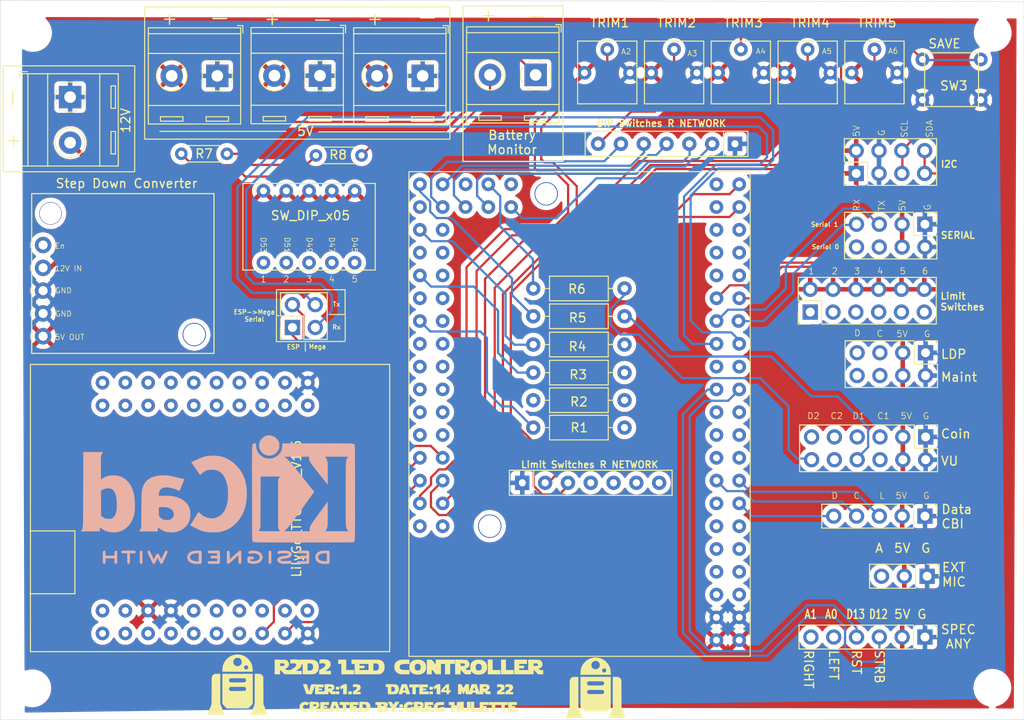
<source format=kicad_pcb>
(kicad_pcb (version 20211014) (generator pcbnew)
  (title_block (title "R2D2 LED Controller") (date "2022-01-26") (rev "1.0") (comment 1 "Created by Greg Hulette"))
  (layers (0 "F.Cu" signal) (1 "In1.Cu" signal) (2 "In2.Cu" signal) (31 "B.Cu" signal) (34 "B.Paste" user) (35 "F.Paste" user) (36 "B.SilkS" user "B.Silkscreen") (37 "F.SilkS" user "F.Silkscreen") (38 "B.Mask" user) (39 "F.Mask" user) (44 "Edge.Cuts" user))
  (net 0 "")
  (net 1 "+12V")
  (net 2 "GND")
  (net 3 "+5V")
  (net 4 "MAINT_CLOCK")
  (net 5 "LDP_CLOCK")
  (net 6 "VU1_CLOCK")
  (net 7 "VU2_CLOCK")
  (net 8 "CS2_CLOCK")
  (net 9 "CS1_CLOCK")
  (net 10 "DP_DATA_IN")
  (net 11 "DP_CLOCK")
  (net 12 "DP_LOAD")
  (net 13 "SPECTRUM_RIGHT")
  (net 14 "SPECTRUM_LEFT")
  (net 15 "VU_RESET")
  (net 16 "VU_STROBE")
  (net 17 "SCL")
  (net 18 "SDA")
  (net 19 "TX1")
  (net 20 "RX1")
  (net 21 "RX0")
  (net 22 "TX0")
  (net 23 "BATTERY_LEVEL")
  (net 24 "LDP_DATA")
  (net 25 "CS1_DATA")
  (net 26 "CS2_DATA")
  (net 27 "MAINT_DATA")
  (net 28 "VU1_DATA")
  (net 29 "VU2_DATA")
  (net 30 "JUMPER5")
  (net 31 "JUMPER4")
  (net 32 "JUMPER3")
  (net 33 "JUMPER2")
  (net 34 "JUMPER1")
  (net 69 "3.3V")
  (net 70 "ESP_LOGIC_RX")
  (net 71 "ESP_LOGIC_TX")
  (net 72 "LOGIC_2560_TX")
  (net 73 "LOGIC_2560_RX")
  (net 74 "SAVE")
  (net 75 "TRIM4")
  (net 76 "TRIM2")
  (net 77 "EXT_MIC")
  (net 78 "TRIM5")
  (net 79 "TRIM3")
  (net 80 "TRIM1")
  (net 81 "POS")
  (net 82 "NEG")
  (net 83 "Net-(J6-Pad11)")
  (net 84 "LIMIT1")
  (net 85 "LIMIT2")
  (net 86 "LIMIT3")
  (net 87 "LIMIT4")
  (net 88 "LIMIT5")
  (net 89 "LIMIT6")
  (net 90 "Net-(J5-Pad7)")
  (net 91 "OE")
  (net 120 "Net-(J6-Pad7)")
  (net 121 "Net-(J6-Pad12)")
  (net 122 "Net-(J6-Pad8)")
  (net 123 "Net-(J5-Pad8)")
  (footprint "TerminalBlock_RND:TerminalBlock_RND_205-00287_1x02_P5.08mm_Horizontal" (layer "F.Cu") (at 93.79 70.645 -90)
    (fp_text reference "J1" hide)
    (fp_text value "Screw_Terminal_01x02" hide)
  )
  (footprint "TerminalBlock_RND:TerminalBlock_RND_205-00287_1x02_P5.08mm_Horizontal" (layer "F.Cu") (at 110.18 68.28 180)
    (fp_text reference "J2" hide)
    (fp_text value "Screw_Terminal_01x02" hide)
  )
  (footprint "TerminalBlock_RND:TerminalBlock_RND_205-00287_1x02_P5.08mm_Horizontal" (layer "F.Cu") (at 133.045 68.28 180)
    (fp_text reference "J3" hide)
    (fp_text value "Screw_Terminal_01x02" hide)
  )
  (footprint "TerminalBlock_RND:TerminalBlock_RND_205-00287_1x02_P5.08mm_Horizontal" (layer "F.Cu") (at 121.615 68.254 180)
    (fp_text reference "J4" hide)
    (fp_text value "Screw_Terminal_01x02" hide)
  )
  (footprint "Connector_PinHeader_2.54mm:PinHeader_1x05_P2.54mm_Vertical" (layer "F.Cu") (at 188.976 117.334 -90)
    (fp_text reference "J7" hide)
    (fp_text value "Data Panel/ CBI" hide)
  )
  (footprint "Connector_PinHeader_2.54mm:PinHeader_1x06_P2.54mm_Vertical" (layer "F.Cu") (at 188.976 130.81 -90)
    (fp_text reference "J8" hide)
    (fp_text value "Spectrum Analyzer" hide)
  )
  (footprint "Resistor_THT:R_Axial_DIN0207_L6.3mm_D2.5mm_P10.16mm_Horizontal" (layer "F.Cu") (at 155.52 104.422 180)
    (fp_text reference "R2")
    (fp_text value "R_Small_US")
  )
  (footprint "Resistor_THT:R_Axial_DIN0207_L6.3mm_D2.5mm_P10.16mm_Horizontal" (layer "F.Cu") (at 155.52 101.344 180)
    (fp_text reference "R3")
    (fp_text value "R_Small_US")
  )
  (footprint "Resistor_THT:R_Axial_DIN0207_L6.3mm_D2.5mm_P10.16mm_Horizontal" (layer "F.Cu") (at 155.52 98.216 180)
    (fp_text reference "R4")
    (fp_text value "R_Small_US")
  )
  (footprint "Resistor_THT:R_Axial_DIN0207_L6.3mm_D2.5mm_P10.16mm_Horizontal" (layer "F.Cu") (at 155.52 95.068 180)
    (fp_text reference "R5")
    (fp_text value "R_Small_US")
  )
  (footprint "Resistor_THT:R_Axial_DIN0207_L6.3mm_D2.5mm_P10.16mm_Horizontal" (layer "F.Cu") (at 155.52 91.97 180)
    (fp_text reference "R6")
    (fp_text value "R_Small_US")
  )
  (footprint "Pololu:VoltageREG_2851" (layer "F.Cu") (at 99.66 90.3)
    (fp_text reference "U1" hide)
    (fp_text value "D24V550F5_Step_Down_Regulator" hide)
  )
  (footprint "ESP32:LILYGO_TTGO_T7_V1.5" (layer "F.Cu") (at 109.3724 116.4336 -90)
    (fp_text reference "U2" hide)
    (fp_text value "LilyGo_TTGO_T7_V1.5")
  )
  (footprint "Resistor_THT:R_Axial_DIN0207_L6.3mm_D2.5mm_P10.16mm_Horizontal" (layer "F.Cu") (at 155.52 107.47 180)
    (fp_text reference "R1")
    (fp_text value "R_Small_US")
  )
  (footprint "DIP_Switch_TE_5435640-3:DIP_Switch_TE_5435640-3" (layer "F.Cu") (at 120.396 85.09 180)
    (fp_text reference "SW1" hide)
    (fp_text value "SW_DIP_x05")
  )
  (footprint "Potentiometer_THT:Potentiometer_Bourns_3362P_Top" (layer "F.Cu") (at 153.6 67.9)
    (fp_text reference "RV1" hide)
    (fp_text value "TRIM1")
  )
  (footprint "Potentiometer_THT:Potentiometer_Bourns_3362P_Top" (layer "F.Cu") (at 168.475 67.9)
    (fp_text reference "RV2" hide)
    (fp_text value "TRIM3")
  )
  (footprint "Potentiometer_THT:Potentiometer_Bourns_3362P_Top" (layer "F.Cu") (at 183.35 67.9)
    (fp_text reference "RV3" hide)
    (fp_text value "TRIM5")
  )
  (footprint "Potentiometer_THT:Potentiometer_Bourns_3362P_Top" (layer "F.Cu") (at 161.0375 67.9)
    (fp_text reference "RV4" hide)
    (fp_text value "TRIM2")
  )
  (footprint "Potentiometer_THT:Potentiometer_Bourns_3362P_Top" (layer "F.Cu") (at 175.9125 67.9)
    (fp_text reference "RV5" hide)
    (fp_text value "TRIM4")
  )
  (footprint "Symbol:r2" (layer "F.Cu") (at 112.46 136.14)
    (fp_text reference "G***" hide)
    (fp_text value "LOGO" hide)
  )
  (footprint "Connector_PinHeader_2.54mm:PinHeader_2x02_P2.54mm_Vertical" (layer "F.Cu") (at 118.545 96.315 90)
    (fp_text reference "J13" hide)
    (fp_text value "Conn_02x02_Counter_Clockwise")
  )
  (footprint "Connector_PinHeader_2.54mm:PinHeader_1x03_P2.54mm_Vertical" (layer "F.Cu") (at 189.215 124.03 -90)
    (fp_text reference "J13" hide)
    (fp_text value "Conn_01x03")
  )
  (footprint "Logos:LEDControllerv12-smaller" (layer "F.Cu") (at 131.45 135.8)
    (fp_text reference "G***" hide)
    (fp_text value "LOGO" hide)
  )
  (footprint "MountingHole:MountingHole_3.2mm_M3" (layer "F.Cu") (at 196.48 136.46)
    (fp_text reference "REF**" hide)
    (fp_text value "MountingHole_3.2mm_M3" hide)
  )
  (footprint "Resistor_THT:R_Array_SIP7" (layer "F.Cu") (at 144.14 113.62)
    (fp_text reference "RN2" hide)
    (fp_text value "R_Network06" hide)
  )
  (footprint "MountingHole:MountingHole_3.2mm_M3" (layer "F.Cu") (at 89.662 63.5)
    (fp_text reference "REF**" hide)
    (fp_text value "MountingHole_3.2mm_M3" hide)
  )
  (footprint "Resistor_THT:R_Axial_DIN0204_L3.6mm_D1.6mm_P5.08mm_Horizontal" (layer "F.Cu") (at 106.172 76.962)
    (fp_text reference "R7")
    (fp_text value "R_Small_US")
  )
  (footprint "Button_Switch_THT:Schurter_486-3458-ND_Momentary_Switch" (layer "F.Cu") (at 191.94 68.7)
    (fp_text reference "SW3")
    (fp_text value "SW_DPST")
  )
  (footprint "Connector_PinHeader_2.54mm:PinHeader_2x06_P2.54mm_Vertical" (layer "F.Cu") (at 189.05 108.51 -90)
    (fp_text reference "J6" hide)
    (fp_text value "COIN/VU" hide)
  )
  (footprint "Connector_PinHeader_2.54mm:PinHeader_2x04_P2.54mm_Vertical" (layer "F.Cu") (at 188.97 84.81 -90)
    (fp_text reference "J11" hide)
    (fp_text value "SERIAL" hide)
  )
  (footprint "Connector_PinHeader_2.54mm:PinHeader_2x06_P2.54mm_Vertical" (layer "F.Cu") (at 176.2 94.6 90)
    (fp_text reference "J9" hide)
    (fp_text value "LIMIT" hide)
  )
  (footprint "MountingHole:MountingHole_3.2mm_M3" (layer "F.Cu") (at 89.58 136.52)
    (fp_text reference "REF**" hide)
    (fp_text value "MountingHole_3.2mm_M3" hide)
  )
  (footprint "Resistor_THT:R_Axial_DIN0204_L3.6mm_D1.6mm_P5.08mm_Horizontal" (layer "F.Cu") (at 126.238 77.14 180)
    (fp_text reference "R8")
    (fp_text value "R_Small_US")
  )
  (footprint "Resistor_THT:R_Array_SIP7" (layer "F.Cu") (at 167.82 75.85 180)
    (fp_text reference "RN1" hide)
    (fp_text value "R_Network06" hide)
  )
  (footprint "Symbol:r2" (layer "F.Cu") (at 152.33 136.48)
    (fp_text reference "G***" hide)
    (fp_text value "LOGO" hide)
  )
  (footprint "Connector_PinHeader_2.54mm:PinHeader_2x04_P2.54mm_Vertical" (layer "F.Cu") (at 181.32 79.15 90)
    (fp_text reference "J10" hide)
    (fp_text value "I2C" hide)
  )
  (footprint "Connector_PinHeader_2.54mm:PinHeader_2x04_P2.54mm_Vertical" (layer "F.Cu") (at 189.04 99.13 -90)
    (fp_text reference "J5" hide)
    (fp_text value "LDP/MAINT" hide)
  )
  (footprint "Arduino_Mega_2560_Pro_Mini:Arduino_Mega_2560_Pro_MINI-Updated-Corrrect" (layer "F.Cu") (at 150.515 105.955 180)
    (fp_text reference "U3" hide)
    (fp_text value "Arduino_Mega2560_Mini_Arduino_Mega2560_Mini" hide)
  )
  (footprint "MountingHole:MountingHole_3.2mm_M3" (layer "F.Cu") (at 196.51 63.49)
    (fp_text reference "REF**" hide)
    (fp_text value "MountingHole_3.2mm_M3" hide)
  )
  (footprint "TerminalBlock_RND:TerminalBlock_RND_205-00287_1x02_P5.08mm_Horizontal" (layer "F.Cu") (at 145.625 68.17 180)
    (fp_text reference "J12" hide)
    (fp_text value "Screw_Terminal_01x02" hide)
  )
  (footprint "Symbol:KiCad-Logo2_12mm_SilkScreen" (layer "B.Cu") (at 110.27 114.26 180)
    (fp_text reference "REF**" hide)
    (fp_text value "KiCad-Logo2_12mm_SilkScreen" hide)
  )
  (gr_line (start 117.06 95) (end 116.77 95) (layer "F.SilkS") (width 0.12))
  (gr_line (start 124.41 92.11) (end 124.41 94.87) (layer "F.SilkS") (width 0.12))
  (gr_rect (start 137.53 60.48) (end 148.68 77.81) (layer "F.SilkS") (width 0.12) (fill none))
  (gr_line (start 124.41 97.87) (end 116.76 97.89) (layer "F.SilkS") (width 0.12))
  (gr_line (start 116.76 97.835) (end 116.76 95.125) (layer "F.SilkS") (width 0.12))
  (gr_line (start 135.53 74.52) (end 121.47 74.52) (layer "F.SilkS") (width 0.12))
  (gr_line (start 116.77 92.11) (end 124.41 92.11) (layer "F.SilkS") (width 0.12))
  (gr_line (start 117.83 74.46) (end 103.77 74.46) (layer "F.SilkS") (width 0.12))
  (gr_line (start 116.77 95) (end 116.77 92.11) (layer "F.SilkS") (width 0.12))
  (gr_rect (start 102.09 60.59) (end 136.08 75.326) (layer "F.SilkS") (width 0.12) (fill none))
  (gr_line (start 119.98 98.09) (end 119.98 98.94) (layer "F.SilkS") (width 0.12))
  (gr_line (start 124.41 94.87) (end 122.68 94.87) (layer "F.SilkS") (width 0.12))
  (gr_rect (start 86.33 67.162) (end 100.98 78.964) (layer "F.SilkS") (width 0.12) (fill none))
  (gr_line (start 124.42 95.01) (end 124.42 97.74) (layer "F.SilkS") (width 0.12))
  (gr_line (start 86.01 59.85) (end 200 60) (layer "Edge.Cuts") (width 0.05))
  (gr_line (start 200 60) (end 200 140) (layer "Edge.Cuts") (width 0.05))
  (gr_line (start 200 140) (end 86.06 140.02) (layer "Edge.Cuts") (width 0.05))
  (gr_line (start 86.06 140.02) (end 86.01 59.85) (layer "Edge.Cuts") (width 0.05))
  (gr_text "Mega" (at 121.32 98.44) (layer "F.SilkS") (effects (font (size 0.5 0.5) (thickness 0.1))))
  (gr_text "STRB" (at 183.896 136.080572 270) (layer "F.SilkS") (effects (font (size 1 1)) (justify right)))
  (gr_text "D47" (at 122.916 87.122 270) (layer "F.SilkS") (effects (font (size 0.6 0.6) (thickness 0.075))))
  (gr_text "Battery\nMonitor" (at 143.002 75.692) (layer "F.SilkS") (effects (font (size 1 1))))
  (gr_text "2\n" (at 117.856 90.932) (layer "F.SilkS") (effects (font (size 0.7 0.7) (thickness 0.075))))
  (gr_text "A3" (at 163.068 65.786) (layer "F.SilkS") (effects (font (size 0.6 0.6) (thickness 0.075))))
  (gr_text "C" (at 181.774 115.062) (layer "F.SilkS") (effects (font (size 0.7 0.7) (thickness 0.075)) (justify right)))
  (gr_text "Tx" (at 123.444 93.726) (layer "F.SilkS") (effects (font (size 0.5 0.5) (thickness 0.1))))
  (gr_text "1" (at 115.316 90.932) (layer "F.SilkS") (effects (font (size 0.7 0.7) (thickness 0.075))))
  (gr_text "G" (at 189.614 97.028) (layer "F.SilkS") (effects (font (size 0.7 0.7) (thickness 0.075)) (justify right)))
  (gr_text "A1" (at 177.038 128.27) (layer "F.SilkS") (effects (font (size 1 0.75)) (justify right)))
  (gr_text "__" (at 145.73 62.25 180) (layer "F.SilkS") (effects (font (size 1 1))))
  (gr_text "Coin" (at 192.407857 108.164) (layer "F.SilkS") (effects (font (size 1 1))))
  (gr_text "D45" (at 125.466 87.122 270) (layer "F.SilkS") (effects (font (size 0.6 0.6) (thickness 0.075))))
  (gr_text "Maint" (at 192.765 101.8418) (layer "F.SilkS") (effects (font (size 1 1))))
  (gr_text "G" (at 189.658 120.904) (layer "F.SilkS") (effects (font (size 1 1)) (justify right)))
  (gr_text "En" (at 92.658572 87.23) (layer "F.SilkS") (effects (font (size 0.6 0.6) (thickness 0.075))))
  (gr_text "+" (at 127.726 62.106 180) (layer "F.SilkS") (effects (font (size 1.5 1.5))))
  (gr_text "GND" (at 93.05 94.79) (layer "F.SilkS") (effects (font (size 0.6 0.6) (thickness 0.075))))
  (gr_text "+" (at 140.37 61.7 180) (layer "F.SilkS") (effects (font (size 1.5 1.5))))
  (gr_text "1" (at 176.7 90.04) (layer "F.SilkS") (effects (font (size 0.7 0.7) (thickness 0.075)) (justify right)))
  (gr_text "D49" (at 120.431 87.122 270) (layer "F.SilkS") (effects (font (size 0.6 0.6) (thickness 0.075))))
  (gr_text "D" (at 181.85 96.94) (layer "F.SilkS") (effects (font (size 0.7 0.7) (thickness 0.075)) (justify right)))
  (gr_text "ESP->Mega\nSerial" (at 114.3 94.996) (layer "F.SilkS") (effects (font (size 0.5 0.5) (thickness 0.1))))
  (gr_text "5V" (at 187.578 106.172) (layer "F.SilkS") (effects (font (size 0.7 0.7) (thickness 0.075)) (justify right)))
  (gr_text "__" (at 133.568 62.36 180) (layer "F.SilkS") (effects (font (size 1 1))))
  (gr_text "3" (at 120.396 90.932) (layer "F.SilkS") (effects (font (size 0.7 0.7) (thickness 0.075))))
  (gr_text "I2C" (at 191.675714 78.11) (layer "F.SilkS") (effects (font (size 0.75 0.75))))
  (gr_text "5V" (at 119.98 74.46) (layer "F.SilkS") (effects (font (size 1 1))))
  (gr_text "TX" (at 184.17 82.743524 90) (layer "F.SilkS") (effects (font (size 0.7 0.7) (thickness 0.075))))
  (gr_text "5V" (at 187.024 115.062) (layer "F.SilkS") (effects (font (size 0.7 0.7) (thickness 0.075)) (justify right)))
  (gr_text "4" (at 122.936 90.932) (layer "F.SilkS") (effects (font (size 0.7 0.7) (thickness 0.075))))
  (gr_text "Serial 1" (at 177.8 84.836) (layer "F.SilkS") (effects (font (size 0.5 0.5) (thickness 0.1))))
  (gr_text "LEFT" (at 178.816 135.699619 270) (layer "F.SilkS") (effects (font (size 1 1)) (justify right)))
  (gr_text "VU" (at 191.717381 111.194) (layer "F.SilkS") (effects (font (size 1 1))))
  (gr_text "5" (at 186.88 90.04) (layer "F.SilkS") (effects (font (size 0.7 0.7) (thickness 0.075)) (justify right)))
  (gr_text "D12" (at 184.912 128.27) (layer "F.SilkS") (effects (font (size 1 0.7)) (justify right)))
  (gr_text "5V" (at 186.456 82.719714 90) (layer "F.SilkS") (effects (font (size 0.7 0.7) (thickness 0.075))))
  (gr_text "L" (at 184.524 115.062) (layer "F.SilkS") (effects (font (size 0.7 0.7) (thickness 0.075)) (justify right)))
  (gr_text "A6" (at 185.42 65.5) (layer "F.SilkS") (effects (font (size 0.6 0.6) (thickness 0.075))))
  (gr_text "2" (at 179.31 90.04) (layer "F.SilkS") (effects (font (size 0.7 0.7) (thickness 0.075)) (justify right)))
  (gr_text "5" (at 125.476 90.932) (layer "F.SilkS") (effects (font (size 0.7 0.7) (thickness 0.075))))
  (gr_text "C2" (at 179.878 106.168) (layer "F.SilkS") (effects (font (size 0.7 0.7) (thickness 0.075)) (justify right)))
  (gr_text "5V" (at 181.356 74.422 90) (layer "F.SilkS") (effects (font (size 0.7 0.7) (thickness 0.075))))
  (gr_text "D53" (at 115.316 87.122 270) (layer "F.SilkS") (effects (font (size 0.6 0.6) (thickness 0.075))))
  (gr_text "GND" (at 93.05 92.2) (layer "F.SilkS") (effects (font (size 0.6 0.6) (thickness 0.075))))
  (gr_text "D1" (at 182.328 106.172) (layer "F.SilkS") (effects (font (size 0.7 0.7) (thickness 0.075)) (justify right)))
  (gr_text "+" (at 116.296 62.106 180) (layer "F.SilkS") (effects (font (size 1.5 1.5))))
  (gr_text "Step Down Converter" (at 100.076 80.264) (layer "F.SilkS") (effects (font (size 1 1))))
  (gr_text "__" (at 110.454 61.344) (layer "F.SilkS") (effects (font (size 1 1))))
  (gr_text "DIP Switches R NETWORK" (at 159.63 73.57) (layer "F.SilkS") (effects (font (size 0.75 0.75))))
  (gr_text "+" (at 87.49 75.4) (layer "F.SilkS") (effects (font (size 1.5 1.5))))
  (gr_text "Limit Switches R NETWORK" (at 151.64 111.6) (layer "F.SilkS") (effects (font (size 0.75 0.75))))
  (gr_text "12V IN" (at 93.6 89.74) (layer "F.SilkS") (effects (font (size 0.6 0.6) (thickness 0.075))))
  (gr_text "G" (at 189.23 128.27) (layer "F.SilkS") (effects (font (size 1 1)) (justify right)))
  (gr_text "5V" (at 187.452 128.27) (layer "F.SilkS") (effects (font (size 1 1)) (justify right)))
  (gr_text "ESP" (at 118.65 98.49) (layer "F.SilkS") (effects (font (size 0.5 0.5) (thickness 0.1))))
  (gr_text "G" (at 189.524 115.062) (layer "F.SilkS") (effects (font (size 0.7 0.7) (thickness 0.075)) (justify right)))
  (gr_text "6" (at 189.36 90.04) (layer "F.SilkS") (effects (font (size 0.7 0.7) (thickness 0.075)) (justify right)))
  (gr_text "5V" (at 187.452 120.904) (layer "F.SilkS") (effects (font (size 1 1)) (justify right)))
  (gr_text "A" (at 184.404 120.904) (layer "F.SilkS") (effects (font (size 1 1)) (justify right)))
  (gr_text "+" (at 104.866 61.852) (layer "F.SilkS") (effects (font (size 1.5 1.5))))
  (gr_text "3" (at 181.79 90.04) (layer "F.SilkS") (effects (font (size 0.7 0.7) (thickness 0.075)) (justify right)))
  (gr_text "5V OUT" (at 93.744286 97.39) (layer "F.SilkS") (effects (font (size 0.6 0.6) (thickness 0.075))))
  (gr_text "Serial 0" (at 177.89 87.336) (layer "F.SilkS") (effects (font (size 0.5 0.5) (thickness 0.1))))
  (gr_text "LDP" (at 192.169762 99.2918) (layer "F.SilkS") (effects (font (size 1 1))))
  (gr_text "Data\nCBI" (at 190.725476 117.384) (layer "F.SilkS") (effects (font (size 1 1)) (justify left)))
  (gr_text "SCL" (at 186.69 74.183905 90) (layer "F.SilkS") (effects (font (size 0.7 0.7) (thickness 0.075))))
  (gr_text "A4" (at 170.688 65.532) (layer "F.SilkS") (effects (font (size 0.6 0.6) (thickness 0.075))))
  (gr_text "4" (at 184.37 90.04) (layer "F.SilkS") (effects (font (size 0.7 0.7) (thickness 0.075)) (justify right)))
  (gr_text "A2" (at 155.702 65.57) (layer "F.SilkS") (effects (font (size 0.6 0.6) (thickness 0.075))))
  (gr_text "Limit\nSwitches" (at 190.623571 93.42) (layer "F.SilkS") (effects (font (size 0.75 0.75)) (justify left)))
  (gr_text "RIGHT" (at 176.022 136.652 270) (layer "F.SilkS") (effects (font (size 1 1)) (justify right)))
  (gr_text "A5" (at 178.054 65.532) (layer "F.SilkS") (effects (font (size 0.6 0.6) (thickness 0.075))))
  (gr_text "RX" (at 181.376 82.684 90) (layer "F.SilkS") (effects (font (size 0.7 0.7) (thickness 0.075))))
  (gr_text "SPEC\nANY" (at 192.693571 130.77) (layer "F.SilkS") (effects (font (size 1 1))))
  (gr_text "G" (at 189.25 82.922095 90) (layer "F.SilkS") (effects (font (size 0.7 0.7) (thickness 0.075))))
  (gr_text "__" (at 86.83 70.71 90) (layer "F.SilkS") (effects (font (size 1 1))))
  (gr_text "__" (at 121.884 62.614 180) (layer "F.SilkS") (effects (font (size 1 1))))
  (gr_text "12V" (at 99.98 73.25 90) (layer "F.SilkS") (effects (font (size 1 1))))
  (gr_text "C1" (at 185.078 106.172) (layer "F.SilkS") (effects (font (size 0.7 0.7) (thickness 0.075)) (justify right)))
  (gr_text "\nSAVE" (at 191.15 63.89) (layer "F.SilkS") (effects (font (size 1 1))))
  (gr_text "EXT\nMIC" (at 192.194524 123.86) (layer "F.SilkS") (effects (font (size 1 1))))
  (gr_text "D51" (at 117.956 87.122 270) (layer "F.SilkS") (effects (font (size 0.6 0.6) (thickness 0.075))))
  (gr_text "RST" (at 181.356 135.080572 270) (layer "F.SilkS") (effects (font (size 1 1)) (justify right)))
  (gr_text "D2" (at 177.292 106.172) (layer "F.SilkS") (effects (font (size 0.7 0.7) (thickness 0.075)) (justify right)))
  (gr_text "C" (at 184.35 97) (layer "F.SilkS") (effects (font (size 0.7 0.7) (thickness 0.075)) (justify right)))
  (gr_text "D" (at 179.324 115.062) (layer "F.SilkS") (effects (font (size 0.7 0.7) (thickness 0.075)) (justify right)))
  (gr_text "D13" (at 182.372 128.27) (layer "F.SilkS") (effects (font (size 1 0.7)) (justify right)))
  (gr_text "G" (at 184.15 74.624381 90) (layer "F.SilkS") (effects (font (size 0.7 0.7) (thickness 0.075))))
  (gr_text "A0" (at 179.324 128.27) (layer "F.SilkS") (effects (font (size 1 0.75)) (justify right)))
  (gr_text "5V" (at 187.114 97.028) (layer "F.SilkS") (effects (font (size 0.7 0.7) (thickness 0.075)) (justify right)))
  (gr_text "SDA" (at 189.484 74.172 90) (layer "F.SilkS") (effects (font (size 0.7 0.7) (thickness 0.075))))
  (gr_text "SERIAL" (at 192.64 86.04) (layer "F.SilkS") (effects (font (size 0.75 0.75))))
  (gr_text "G" (at 189.484 106.172) (layer "F.SilkS") (effects (font (size 0.7 0.7) (thickness 0.075)) (justify right)))
  (gr_text "Rx" (at 123.444 96.286) (layer "F.SilkS") (effects (font (size 0.5 0.5) (thickness 0.1))))
  (segment (start 93.79 75.725) (end 95.31 77.245) (width 0.5) (layer "F.Cu") (net 1))
  (segment (start 91.59 89.67) (end 90.78 89.67) (width 0.5) (layer "F.Cu") (net 1))
  (segment (start 95.31 77.245) (end 95.31 85.95) (width 0.5) (layer "F.Cu") (net 1))
  (segment (start 95.31 85.95) (end 91.59 89.67) (width 0.5) (layer "F.Cu") (net 1))
  (segment (start 169.714 117.334) (end 178.816 117.334) (width 0.25) (layer "B.Cu") (net 10))
  (segment (start 168.31 115.93) (end 169.714 117.334) (width 0.25) (layer "B.Cu") (net 10))
  (segment (start 166.94 114.55) (end 165.78 113.39) (width 0.25) (layer "B.Cu") (net 11))
  (segment (start 181.356 117.334) (end 179.725911 115.703911) (width 0.25) (layer "B.Cu") (net 11))
  (segment (start 168.76 114.55) (end 166.94 114.55) (width 0.25) (layer "B.Cu") (net 11))
  (segment (start 179.725911 115.703911) (end 169.913911 115.703911) (width 0.25) (layer "B.Cu") (net 11))
  (segment (start 169.913911 115.703911) (end 168.76 114.55) (width 0.25) (layer "B.Cu") (net 11))
  (segment (start 181.1794 114.6174) (end 169.5374 114.6174) (width 0.25) (layer "B.Cu") (net 12))
  (segment (start 169.5374 114.6174) (end 168.31 113.39) (width 0.25) (layer "B.Cu") (net 12))
  (segment (start 183.896 117.334) (end 181.1794 114.6174) (width 0.25) (layer "B.Cu") (net 12))
  (segment (start 170.75 132.38) (end 175.876 127.254) (width 0.25) (layer "B.Cu") (net 15))
  (segment (start 181.356 129.794) (end 181.356 130.81) (width 0.25) (layer "B.Cu") (net 15))
  (segment (start 168.31 103.23) (end 167.06 104.48) (width 0.25) (layer "B.Cu") (net 15))
  (segment (start 178.816 127.254) (end 181.356 129.794) (width 0.25) (layer "B.Cu") (net 15))
  (segment (start 162.78 106.19) (end 162.78 130.184282) (width 0.25) (layer "B.Cu") (net 15))
  (segment (start 167.06 104.48) (end 164.49 104.48) (width 0.25) (layer "B.Cu") (net 15))
  (segment (start 164.975718 132.38) (end 170.75 132.38) (width 0.25) (layer "B.Cu") (net 15))
  (segment (start 162.78 130.184282) (end 164.975718 132.38) (width 0.25) (layer "B.Cu") (net 15))
  (segment (start 164.49 104.48) (end 162.78 106.19) (width 0.25) (layer "B.Cu") (net 15))
  (segment (start 175.876 127.254) (end 178.816 127.254) (width 0.25) (layer "B.Cu") (net 15))
  (segment (start 180.08 129.7) (end 180.08 132.14) (width 0.25) (layer "B.Cu") (net 16))
  (segment (start 162.03 130.35) (end 164.58 132.9) (width 0.25) (layer "B.Cu") (net 16))
  (segment (start 175.7 128.62) (end 179 128.62) (width 0.25) (layer "B.Cu") (net 16))
  (segment (start 183.25 133.56) (end 183.896 132.914) (width 0.25) (layer "B.Cu") (net 16))
  (segment (start 181.5 133.56) (end 183.25 133.56) (width 0.25) (layer "B.Cu") (net 16))
  (segment (start 162.03 105.98) (end 162.03 130.35) (width 0.25) (layer "B.Cu") (net 16))
  (segment (start 171.42 132.9) (end 175.7 128.62) (width 0.25) (layer "B.Cu") (net 16))
  (segment (start 180.08 132.14) (end 181.5 133.56) (width 0.25) (layer "B.Cu") (net 16))
  (segment (start 183.896 132.914) (end 183.896 130.81) (width 0.25) (layer "B.Cu") (net 16))
  (segment (start 165.77 103.23) (end 164.78 103.23) (width 0.25) (layer "B.Cu") (net 16))
  (segment (start 164.78 103.23) (end 162.03 105.98) (width 0.25) (layer "B.Cu") (net 16))
  (segment (start 179 128.62) (end 180.08 129.7) (width 0.25) (layer "B.Cu") (net 16))
  (segment (start 164.58 132.9) (end 171.42 132.9) (width 0.25) (layer "B.Cu") (net 16))
  (segment (start 168.31 93.07) (end 169.52 93.07) (width 0.25) (layer "F.Cu") (net 17))
  (segment (start 190.152 75.09) (end 187.915 75.09) (width 0.25) (layer "F.Cu") (net 17))
  (segment (start 173.04 89.55) (end 191.12 89.55) (width 0.25) (layer "F.Cu") (net 17))
  (segment (start 187.915 75.09) (end 186.4 76.605) (width 0.25) (layer "F.Cu") (net 17))
  (segment (start 191.12 89.55) (end 191.516 89.154) (width 0.25) (layer "F.Cu") (net 17))
  (segment (start 191.516 89.154) (end 191.516 76.454) (width 0.25) (layer "F.Cu") (net 17))
  (segment (start 186.46 76.72) (end 186.46 79.26) (width 0.25) (layer "F.Cu") (net 17))
  (segment (start 169.52 93.07) (end 173.04 89.55) (width 0.25) (layer "F.Cu") (net 17))
  (segment (start 191.516 76.454) (end 190.152 75.09) (width 0.25) (layer "F.Cu") (net 17))
  (segment (start 190.397 79.145) (end 190.754 79.502) (width 0.25) (layer "F.Cu") (net 18))
  (segment (start 190.754 88.9) (end 190.564 89.09) (width 0.25) (layer "F.Cu") (net 18))
  (segment (start 190.564 89.09) (end 172.35 89.09) (width 0.25) (layer "F.Cu") (net 18))
  (segment (start 167.233489 91.616511) (end 165.71 93.14) (width 0.25) (layer "F.Cu") (net 18))
  (segment (start 188.94 79.145) (end 190.397 79.145) (width 0.25) (layer "F.Cu") (net 18))
  (segment (start 169.823489 91.616511) (end 167.233489 91.616511) (width 0.25) (layer "F.Cu") (net 18))
  (segment (start 188.94 76.605) (end 188.94 79.145) (width 0.25) (layer "F.Cu") (net 18))
  (segment (start 172.35 89.09) (end 169.823489 91.616511) (width 0.25) (layer "F.Cu") (net 18))
  (segment (start 190.754 79.502) (end 190.754 88.9) (width 0.25) (layer "F.Cu") (net 18))
  (segment (start 173.482 89.498) (end 173.482 91.988) (width 0.25) (layer "B.Cu") (net 19))
  (segment (start 182.013 83.058) (end 179.922 83.058) (width 0.25) (layer "B.Cu") (net 19))
  (segment (start 183.84 84.885) (end 182.013 83.058) (width 0.25) (layer "B.Cu") (net 19))
  (segment (start 173.482 91.988) (end 171.14 94.33) (width 0.25) (layer "B.Cu") (net 19))
  (segment (start 171.14 94.33) (end 167.06 94.33) (width 0.25) (layer "B.Cu") (net 19))
  (segment (start 179.922 83.058) (end 173.482 89.498) (width 0.25) (layer "B.Cu") (net 19))
  (segment (start 167.06 94.33) (end 165.5226 95.8674) (width 0.25) (layer "B.Cu") (net 19))
  (segment (start 174.298 90.37) (end 179.783 84.885) (width 0.25) (layer "B.Cu") (net 20))
  (segment (start 168.23 95.61) (end 171.04 95.61) (width 0.25) (layer "B.Cu") (net 20))
  (segment (start 171.04 95.61) (end 174.298 92.352) (width 0.25) (layer "B.Cu") (net 20))
  (segment (start 179.783 84.885) (end 181.3 84.885) (width 0.25) (layer "B.Cu") (net 20))
  (segment (start 174.298 92.352) (end 174.298 90.37) (width 0.25) (layer "B.Cu") (net 20))
  (segment (start 128.778 108.204) (end 128.778 81.026) (width 0.25) (layer "F.Cu") (net 23))
  (segment (start 127.254 79.502) (end 113.284 79.502) (width 0.25) (layer "F.Cu") (net 23))
  (segment (start 112.776 78.486) (end 112.522 78.232) (width 0.25) (layer "F.Cu") (net 23))
  (segment (start 133.95 109.51) (end 130.084 109.51) (width 0.25) (layer "F.Cu") (net 23))
  (segment (start 112.522 78.232) (end 107.442 78.232) (width 0.25) (layer "F.Cu") (net 23))
  (segment (start 135.29 110.85) (end 133.95 109.51) (width 0.25) (layer "F.Cu") (net 23))
  (segment (start 112.776 78.994) (end 112.776 78.486) (width 0.25) (layer "F.Cu") (net 23))
  (segment (start 120.104 78.194) (end 121.158 77.14) (width 0.25) (layer "F.Cu") (net 23))
  (segment (start 113.284 79.502) (end 112.776 78.994) (width 0.25) (layer "F.Cu") (net 23))
  (segment (start 113.068 78.194) (end 120.104 78.194) (width 0.25) (layer "F.Cu") (net 23))
  (segment (start 128.778 81.026) (end 127.254 79.502) (width 0.25) (layer "F.Cu") (net 23))
  (segment (start 130.084 109.51) (end 128.778 108.204) (width 0.25) (layer "F.Cu") (net 23))
  (segment (start 112.776 78.486) (end 113.068 78.194) (width 0.25) (layer "F.Cu") (net 23))
  (segment (start 106.172 76.962) (end 107.442 78.232) (width 0.25) (layer "F.Cu") (net 23))
  (segment (start 141.83 105.11) (end 143 105.11) (width 0.25) (layer "B.Cu") (net 24))
  (segment (start 139.48 96.76) (end 140.2 97.48) (width 0.25) (layer "B.Cu") (net 24))
  (segment (start 143 105.11) (end 145.36 107.47) (width 0.25) (layer "B.Cu") (net 24))
  (segment (start 133.9 96.76) (end 139.48 96.76) (width 0.25) (layer "B.Cu") (net 24))
  (segment (start 132.75 95.61) (end 133.9 96.76) (width 0.25) (layer "B.Cu") (net 24))
  (segment (start 140.2 103.48) (end 141.83 105.11) (width 0.25) (layer "B.Cu") (net 24))
  (segment (start 140.2 97.48) (end 140.2 103.48) (width 0.25) (layer "B.Cu") (net 24))
  (segment (start 132.75 90.53) (end 133.98 91.76) (width 0.25) (layer "B.Cu") (net 25))
  (segment (start 143.634 101.344) (end 145.36 101.344) (width 0.25) (layer "B.Cu") (net 25))
  (segment (start 141.44 94.45) (end 141.44 99.15) (width 0.25) (layer "B.Cu") (net 25))
  (segment (start 133.98 91.76) (end 138.75 91.76) (width 0.25) (layer "B.Cu") (net 25))
  (segment (start 141.44 99.15) (end 143.634 101.344) (width 0.25) (layer "B.Cu") (net 25))
  (segment (start 138.75 91.76) (end 141.44 94.45) (width 0.25) (layer "B.Cu") (net 25))
  (segment (start 142.28 97.25) (end 142.28 92.59) (width 0.25) (layer "B.Cu") (net 26))
  (segment (start 142.28 92.59) (end 136.39 86.7) (width 0.25) (layer "B.Cu") (net 26))
  (segment (start 143.266 98.236) (end 142.28 97.25) (width 0.25) (layer "B.Cu") (net 26))
  (segment (start 134 86.7) (end 132.75 85.45) (width 0.25) (layer "B.Cu") (net 26))
  (segment (start 145.12 98.236) (end 143.266 98.236) (width 0.25) (layer "B.Cu") (net 26))
  (segment (start 136.39 86.7) (end 134 86.7) (width 0.25) (layer "B.Cu") (net 26))
  (segment (start 136.26 84.12) (end 143 90.86) (width 0.25) (layer "B.Cu") (net 28))
  (segment (start 133.88 83.4) (end 134.6 84.12) (width 0.25) (layer "B.Cu") (net 28))
  (segment (start 132.75 81.155718) (end 133.88 82.285718) (width 0.25) (layer "B.Cu") (net 28))
  (segment (start 133.88 82.285718) (end 133.88 83.4) (width 0.25) (layer "B.Cu") (net 28))
  (segment (start 143 92.708) (end 145.36 95.068) (width 0.25) (layer "B.Cu") (net 28))
  (segment (start 132.75 80.37) (end 132.75 81.155718) (width 0.25) (layer "B.Cu") (net 28))
  (segment (start 134.6 84.12) (end 136.26 84.12) (width 0.25) (layer "B.Cu") (net 28))
  (segment (start 143 90.86) (end 143 92.708) (width 0.25) (layer "B.Cu") (net 28))
  (segment (start 145.36 91.97) (end 145.33 91.94) (width 0.25) (layer "B.Cu") (net 29))
  (segment (start 145.33 88.71) (end 141.68 85.06) (width 0.25) (layer "B.Cu") (net 29))
  (segment (start 145.33 91.94) (end 145.33 88.71) (width 0.25) (layer "B.Cu") (net 29))
  (segment (start 141.68 85.06) (end 141.68 81.68) (width 0.25) (layer "B.Cu") (net 29))
  (segment (start 141.68 81.68) (end 140.37 80.37) (width 0.25) (layer "B.Cu") (net 29))
  (segment (start 135.775 77.85) (end 133.99 79.635) (width 0.25) (layer "B.Cu") (net 30))
  (segment (start 133.99 79.635) (end 133.99 81.76) (width 0.25) (layer "B.Cu") (net 30))
  (segment (start 153.27 77.79) (end 148.91 77.79) (width 0.25) (layer "B.Cu") (net 30))
  (segment (start 155.15 75.91) (end 153.27 77.79) (width 0.25) (layer "B.Cu") (net 30))
  (segment (start 148.91 77.79) (end 148.85856 77.84144) (width 0.25) (layer "B.Cu") (net 30))
  (segment (start 148.85856 77.84144) (end 135.79144 77.84144) (width 0.25) (layer "B.Cu") (net 30))
  (segment (start 133.99 81.76) (end 135.3 83.07) (width 0.25) (layer "B.Cu") (net 30))
  (segment (start 135.37 80.36) (end 137.43904 78.29096) (width 0.25) (layer "B.Cu") (net 31))
  (segment (start 157.69 76.82) (end 157.69 75.91) (width 0.25) (layer "B.Cu") (net 31))
  (segment (start 137.43904 78.29096) (end 156.21904 78.29096) (width 0.25) (layer "B.Cu") (net 31))
  (segment (start 156.21904 78.29096) (end 157.69 76.82) (width 0.25) (layer "B.Cu") (net 31))
  (segment (start 135.3 80.36) (end 135.37 80.36) (width 0.25) (layer "B.Cu") (net 31))
  (segment (start 158.17 77.11) (end 156.53952 78.74048) (width 0.25) (layer "B.Cu") (net 32))
  (segment (start 137.73952 78.74048) (end 136.53 79.95) (width 0.25) (layer "B.Cu") (net 32))
  (segment (start 156.53952 78.74048) (end 137.73952 78.74048) (width 0.25) (layer "B.Cu") (net 32))
  (segment (start 159.03 77.11) (end 158.17 77.11) (width 0.25) (layer "B.Cu") (net 32))
  (segment (start 136.53 81.61) (end 137.6526 82.7326) (width 0.25) (layer "B.Cu") (net 32))
  (segment (start 136.53 79.95) (end 136.53 81.61) (width 0.25) (layer "B.Cu") (net 32))
  (segment (start 160.23 75.91) (end 159.03 77.11) (width 0.25) (layer "B.Cu") (net 32))
  (segment (start 162.02 77.85) (end 158.2 77.85) (width 0.25) (layer "B.Cu") (net 33))
  (segment (start 139.106089 79.903911) (end 139.106089 81.646089) (width 0.25) (layer "B.Cu") (net 33))
  (segment (start 162.77 75.91) (end 162.77 77.1) (width 0.25) (layer "B.Cu") (net 33))
  (segment (start 158.2 77.85) (end 156.86 79.19) (width 0.25) (layer "B.Cu") (net 33))
  (segment (start 139.82 79.19) (end 139.106089 79.903911) (width 0.25) (layer "B.Cu") (net 33))
  (segment (start 139.106089 81.646089) (end 140.1926 82.7326) (width 0.25) (layer "B.Cu") (net 33))
  (segment (start 156.86 79.19) (end 139.82 79.19) (width 0.25) (layer "B.Cu") (net 33))
  (segment (start 162.77 77.1) (end 162.02 77.85) (width 0.25) (layer "B.Cu") (net 33))
  (segment (start 144.1374 84.1374) (end 147.9426 84.1374) (width 0.25) (layer "B.Cu") (net 34))
  (segment (start 163.66 77.56) (end 165.31 75.91) (width 0.25) (layer "B.Cu") (net 34))
  (segment (start 147.9426 84.1374) (end 152.39 79.69) (width 0.25) (layer "B.Cu") (net 34))
  (segment (start 163.07 77.56) (end 163.66 77.56) (width 0.25) (layer "B.Cu") (net 34))
  (segment (start 157.292 79.69) (end 158.612 78.37) (width 0.25) (layer "B.Cu") (net 34))
  (segment (start 142.91 82.91) (end 144.1374 84.1374) (width 0.25) (layer "B.Cu") (net 34))
  (segment (start 152.39 79.69) (end 157.292 79.69) (width 0.25) (layer "B.Cu") (net 34))
  (segment (start 162.26 78.37) (end 163.07 77.56) (width 0.25) (layer "B.Cu") (net 34))
  (segment (start 158.612 78.37) (end 162.26 78.37) (width 0.25) (layer "B.Cu") (net 34))
  (segment (start 118.545 96.315) (end 118.545 97.175001) (width 0.25) (layer "F.Cu") (net 70))
  (segment (start 118.545 97.175001) (end 122.97 101.600001) (width 0.25) (layer "F.Cu") (net 70))
  (segment (start 118.95 125.91) (end 117.88 125.91) (width 0.25) (layer "F.Cu") (net 70))
  (segment (start 122.97 121.89) (end 118.95 125.91) (width 0.25) (layer "F.Cu") (net 70))
  (segment (start 116.48 127.31) (end 116.48 129.102) (width 0.25) (layer "F.Cu") (net 70))
  (segment (start 117.88 125.91) (end 116.48 127.31) (width 0.25) (layer "F.Cu") (net 70))
  (segment (start 116.48 129.102) (end 115.1754 130.4066) (width 0.25) (layer "F.Cu") (net 70))
  (segment (start 122.97 101.6) (end 122.97 121.89) (width 0.25) (layer "F.Cu") (net 70))
  (segment (start 119.8 97.448) (end 119.8 95.03) (width 0.25) (layer "F.Cu") (net 71))
  (segment (start 121.45 129.14) (end 123.698 126.892) (width 0.25) (layer "F.Cu") (net 71))
  (segment (start 118.982 129.14) (end 121.45 129.14) (width 0.25) (layer "F.Cu") (net 71))
  (segment (start 117.7154 130.4066) (end 118.982 129.14) (width 0.25) (layer "F.Cu") (net 71))
  (segment (start 123.698 126.892) (end 123.698 101.346) (width 0.25) (layer "F.Cu") (net 71))
  (segment (start 119.8 95.03) (end 118.545 93.775) (width 0.25) (layer "F.Cu") (net 71))
  (segment (start 123.698 101.346) (end 119.8 97.448) (width 0.25) (layer "F.Cu") (net 71))
  (segment (start 168.31 97.76) (end 167.41 96.86) (width 0.25) (layer "B.Cu") (net 72))
  (segment (start 120.192 72.898) (end 112.42 80.67) (width 0.25) (layer "B.Cu") (net 72))
  (segment (start 172.07 74.32) (end 170.648 72.898) (width 0.25) (layer "B.Cu") (net 72))
  (segment (start 171.1 78.61) (end 172.07 77.64) (width 0.25) (layer "B.Cu") (net 72))
  (segment (start 112.42 80.67) (end 112.42 90.83) (width 0.25) (layer "B.Cu") (net 72))
  (segment (start 165.89 78.61) (end 171.1 78.61) (width 0.25) (layer "B.Cu") (net 72))
  (segment (start 114.046 92.456) (end 119.766 92.456) (width 0.25) (layer "B.Cu") (net 72))
  (segment (start 172.07 77.64) (end 172.07 74.32) (width 0.25) (layer "B.Cu") (net 72))
  (segment (start 119.766 92.456) (end 121.085 93.775) (width 0.25) (layer "B.Cu") (net 72))
  (segment (start 112.42 90.83) (end 114.046 92.456) (width 0.25) (layer "B.Cu") (net 72))
  (segment (start 168.31 98.15) (end 168.31 97.76) (width 0.25) (layer "B.Cu") (net 72))
  (segment (start 170.648 72.898) (end 120.192 72.898) (width 0.25) (layer "B.Cu") (net 72))
  (segment (start 162.88 81.62) (end 165.89 78.61) (width 0.25) (layer "B.Cu") (net 72))
  (segment (start 167.41 96.86) (end 164.18 96.86) (width 0.25) (layer "B.Cu") (net 72))
  (segment (start 164.18 96.86) (end 162.88 95.56) (width 0.25) (layer "B.Cu") (net 72))
  (segment (start 162.88 95.56) (end 162.88 81.62) (width 0.25) (layer "B.Cu") (net 72))
  (segment (start 114.3 91.44) (end 121.666 91.44) (width 0.25) (layer "B.Cu") (net 73))
  (segment (start 122.936 92.71) (end 122.936 94.464) (width 0.25) (layer "B.Cu") (net 73))
  (segment (start 120.43048 73.92952) (end 113.39 80.97) (width 0.25) (layer "B.Cu") (net 73))
  (segment (start 165.703802 78.16048) (end 170.59 78.16048) (width 0.25) (layer "B.Cu") (net 73))
  (segment (start 113.39 90.53) (end 114.3 91.44) (width 0.25) (layer "B.Cu") (net 73))
  (segment (start 113.39 80.97) (end 113.39 90.53) (width 0.25) (layer "B.Cu") (net 73))
  (segment (start 171.39 74.86) (end 170.45952 73.92952) (width 0.25) (layer "B.Cu") (net 73))
  (segment (start 163.1 98.15) (end 162.15 97.2) (width 0.25) (layer "B.Cu") (net 73))
  (segment (start 165.77 98.15) (end 163.1 98.15) (width 0.25) (layer "B.Cu") (net 73))
  (segment (start 170.59 78.16048) (end 171.39 77.36048) (width 0.25) (layer "B.Cu") (net 73))
  (segment (start 170.45952 73.92952) (end 120.43048 73.92952) (width 0.25) (layer "B.Cu") (net 73))
  (segment (start 121.666 91.44) (end 122.936 92.71) (width 0.25) (layer "B.Cu") (net 73))
  (segment (start 171.39 77.36048) (end 171.39 74.86) (width 0.25) (layer "B.Cu") (net 73))
  (segment (start 162.15 81.714282) (end 165.703802 78.16048) (width 0.25) (layer "B.Cu") (net 73))
  (segment (start 122.936 94.464) (end 121.085 96.315) (width 0.25) (layer "B.Cu") (net 73))
  (segment (start 162.15 97.2) (end 162.15 81.714282) (width 0.25) (layer "B.Cu") (net 73))
  (segment (start 158.89 72.26) (end 156.26 72.26) (width 0.25) (layer "F.Cu") (net 74))
  (segment (start 156.26 72.26) (end 152.61 75.91) (width 0.25) (layer "F.Cu") (net 74))
  (segment (start 165.73 62.99) (end 164.66 64.06) (width 0.25) (layer "F.Cu") (net 74))
  (segment (start 161.6 69.55) (end 158.89 72.26) (width 0.25) (layer "F.Cu") (net 74))
  (segment (start 164.66 64.06) (end 164.66 65.08) (width 0.25) (layer "F.Cu") (net 74))
  (segment (start 185.23 62.99) (end 165.73 62.99) (width 0.25) (layer "F.Cu") (net 74))
  (segment (start 188.69 66.45) (end 185.23 62.99) (width 0.25) (layer "F.Cu") (net 74))
  (segment (start 164.66 65.08) (end 161.6 68.14) (width 0.25) (layer "F.Cu") (net 74))
  (segment (start 161.6 68.14) (end 161.6 69.55) (width 0.25) (layer "F.Cu") (net 74))
  (segment (start 195.32 66.52) (end 188.82 66.52) (width 0.25) (layer "B.Cu") (net 74))
  (segment (start 139.99 90.9) (end 139.99 112.94) (width 0.25) (layer "F.Cu") (net 75))
  (segment (start 133.97 114.71) (end 135.29 113.39) (width 0.25) (layer "F.Cu") (net 75))
  (segment (start 134.87 117.22) (end 133.97 116.32) (width 0.25) (layer "F.Cu") (net 75))
  (segment (start 148.286198 86.64952) (end 144.24048 86.64952) (width 0.25) (layer "F.Cu") (net 75))
  (segment (start 157.175238 77.76048) (end 148.286198 86.64952) (width 0.25) (layer "F.Cu") (net 75))
  (segment (start 171.70952 77.76048) (end 157.175238 77.76048) (width 0.25) (layer "F.Cu") (net 75))
  (segment (start 135.71 117.22) (end 134.87 117.22) (width 0.25) (layer "F.Cu") (net 75))
  (segment (start 175.9125 73.5575) (end 171.70952 77.76048) (width 0.25) (layer "F.Cu") (net 75))
  (segment (start 139.99 112.94) (end 135.71 117.22) (width 0.25) (layer "F.Cu") (net 75))
  (segment (start 144.24048 86.64952) (end 139.99 90.9) (width 0.25) (layer "F.Cu") (net 75))
  (segment (start 133.97 116.32) (end 133.97 114.71) (width 0.25) (layer "F.Cu") (net 75))
  (segment (start 175.9125 65.325) (end 175.9125 73.5575) (width 0.25) (layer "F.Cu") (net 75))
  (segment (start 149.05 71.24) (end 146.25 74.04) (width 0.25) (layer "F.Cu") (net 76))
  (segment (start 150.2 83.75) (end 147.91 86.04) (width 0.25) (layer "F.Cu") (net 76))
  (segment (start 146.61 77.92) (end 147.55 77.92) (width 0.25) (layer "F.Cu") (net 76))
  (segment (start 147.91 86.04) (end 143.02 86.04) (width 0.25) (layer "F.Cu") (net 76))
  (segment (start 161.0375 68.6425) (end 158.44 71.24) (width 0.25) (layer "F.Cu") (net 76))
  (segment (start 146.25 77.56) (end 146.61 77.92) (width 0.25) (layer "F.Cu") (net 76))
  (segment (start 161.0375 65.325) (end 161.0375 68.6425) (width 0.25) (layer "F.Cu") (net 76))
  (segment (start 158.44 71.24) (end 149.05 71.24) (width 0.25) (layer "F.Cu") (net 76))
  (segment (start 143.02 86.04) (end 139.05 90.01) (width 0.25) (layer "F.Cu") (net 76))
  (segment (start 150.2 80.57) (end 150.2 83.75) (width 0.25) (layer "F.Cu") (net 76))
  (segment (start 139.05 112.17) (end 135.29 115.93) (width 0.25) (layer "F.Cu") (net 76))
  (segment (start 139.05 90.01) (end 139.05 112.17) (width 0.25) (layer "F.Cu") (net 76))
  (segment (start 146.25 74.04) (end 146.25 77.56) (width 0.25) (layer "F.Cu") (net 76))
  (segment (start 147.55 77.92) (end 150.2 80.57) (width 0.25) (layer "F.Cu") (net 76))
  (segment (start 183.35 65.325) (end 183.35 69.56) (width 0.25) (layer "F.Cu") (net 78))
  (segment (start 141.98 92.59) (end 141.98 114.315717) (width 0.25) (layer "F.Cu") (net 78))
  (segment (start 149.15 88.54) (end 146.03 88.54) (width 0.25) (layer "F.Cu") (net 78))
  (segment (start 135.855717 120.44) (end 131.364283 120.44) (width 0.25) (layer "F.Cu") (net 78))
  (segment (start 174.25048 78.65952) (end 159.03048 78.65952) (width 0.25) (layer "F.Cu") (net 78))
  (segment (start 183.35 69.56) (end 174.25048 78.65952) (width 0.25) (layer "F.Cu") (net 78))
  (segment (start 131.364283 120.44) (end 130.04048 119.116197) (width 0.25) (layer "F.Cu") (net 78))
  (segment (start 130.04048 113.55952) (end 132.75 110.85) (width 0.25) (layer "F.Cu") (net 78))
  (segment (start 141.98 114.315717) (end 135.855717 120.44) (width 0.25) (layer "F.Cu") (net 78))
  (segment (start 146.03 88.54) (end 141.98 92.59) (width 0.25) (layer "F.Cu") (net 78))
  (segment (start 159.03048 78.65952) (end 149.15 88.54) (width 0.25) (layer "F.Cu") (net 78))
  (segment (start 130.04048 119.116197) (end 130.04048 113.55952) (width 0.25) (layer "F.Cu") (net 78))
  (segment (start 179.63 71.32) (end 179.63 66.22) (width 0.25) (layer "F.Cu") (net 79))
  (segment (start 176.86 63.45) (end 169.14 63.45) (width 0.25) (layer "F.Cu") (net 79))
  (segment (start 130.49 115.65) (end 130.49 118.93) (width 0.25) (layer "F.Cu") (net 79))
  (segment (start 132.75 113.39) (end 130.49 115.65) (width 0.25) (layer "F.Cu") (net 79))
  (segment (start 172.68 78.21) (end 176.81 74.08) (width 0.25) (layer "F.Cu") (net 79))
  (segment (start 158.4 78.21) (end 172.68 78.21) (width 0.25) (layer "F.Cu") (net 79))
  (segment (start 168.475 64.115) (end 168.475 65.325) (width 0.25) (layer "F.Cu") (net 79))
  (segment (start 176.87 74.08) (end 179.63 71.32) (width 0.25) (layer "F.Cu") (net 79))
  (segment (start 131.53 119.97) (end 135.69 119.97) (width 0.25) (layer "F.Cu") (net 79))
  (segment (start 176.81 74.08) (end 176.87 74.08) (width 0.25) (layer "F.Cu") (net 79))
  (segment (start 149.24 87.37) (end 158.4 78.21) (width 0.25) (layer "F.Cu") (net 79))
  (segment (start 141.07 114.59) (end 141.07 91.89) (width 0.25) (layer "F.Cu") (net 79))
  (segment (start 135.69 119.97) (end 141.07 114.59) (width 0.25) (layer "F.Cu") (net 79))
  (segment (start 141.07 91.89) (end 145.59 87.37) (width 0.25) (layer "F.Cu") (net 79))
  (segment (start 130.49 118.93) (end 131.53 119.97) (width 0.25) (layer "F.Cu") (net 79))
  (segment (start 145.59 87.37) (end 149.24 87.37) (width 0.25) (layer "F.Cu") (net 79))
  (segment (start 179.63 66.22) (end 176.86 63.45) (width 0.25) (layer "F.Cu") (net 79))
  (segment (start 169.14 63.45) (end 168.475 64.115) (width 0.25) (layer "F.Cu") (net 79))
  (segment (start 149.24 83.54) (end 147.42 85.36) (width 0.25) (layer "F.Cu") (net 80))
  (segment (start 137.93 89.59) (end 137.93 109.78) (width 0.25) (layer "F.Cu") (net 80))
  (segment (start 149.24 69.74) (end 145.54 73.44) (width 0.25) (layer "F.Cu") (net 80))
  (segment (start 135.58 112.13) (end 134.86 112.13) (width 0.25) (layer "F.Cu") (net 80))
  (segment (start 133.98 113.82) (end 132.75 115.05) (width 0.25) (layer "F.Cu") (net 80))
  (segment (start 142.16 85.36) (end 137.93 89.59) (width 0.25) (layer "F.Cu") (net 80))
  (segment (start 153.6 65.325) (end 153.6 68.37) (width 0.25) (layer "F.Cu") (net 80))
  (segment (start 137.93 109.78) (end 135.58 112.13) (width 0.25) (layer "F.Cu") (net 80))
  (segment (start 145.54 73.44) (end 145.54 78.6) (width 0.25) (layer "F.Cu") (net 80))
  (segment (start 133.98 113.01) (end 133.98 113.82) (width 0.25) (layer "F.Cu") (net 80))
  (segment (start 152.23 69.74) (end 149.24 69.74) (width 0.25) (layer "F.Cu") (net 80))
  (segment (start 149.24 80.43) (end 149.24 83.54) (width 0.25) (layer "F.Cu") (net 80))
  (segment (start 145.54 78.6) (end 145.81 78.87) (width 0.25) (layer "F.Cu") (net 80))
  (segment (start 147.68 78.87) (end 149.24 80.43) (width 0.25) (layer "F.Cu") (net 80))
  (segment (start 145.81 78.87) (end 147.68 78.87) (width 0.25) (layer "F.Cu") (net 80))
  (segment (start 134.86 112.13) (end 133.98 113.01) (width 0.25) (layer "F.Cu") (net 80))
  (segment (start 147.42 85.36) (end 142.16 85.36) (width 0.25) (layer "F.Cu") (net 80))
  (segment (start 153.6 68.37) (end 152.23 69.74) (width 0.25) (layer "F.Cu") (net 80))
  (segment (start 132.75 115.05) (end 132.75 115.93) (width 0.25) (layer "F.Cu") (net 80))
  (segment (start 117.856 73.406) (end 135.382 73.406) (width 0.25) (layer "F.Cu") (net 81))
  (segment (start 136.906 67.31) (end 139.192 65.024) (width 0.25) (layer "F.Cu") (net 81))
  (segment (start 136.906 71.882) (end 136.906 67.31) (width 0.25) (layer "F.Cu") (net 81))
  (segment (start 135.382 73.406) (end 136.906 71.882) (width 0.25) (layer "F.Cu") (net 81))
  (segment (start 142.479 65.024) (end 145.625 68.17) (width 0.25) (layer "F.Cu") (net 81))
  (segment (start 114.3 76.962) (end 117.856 73.406) (width 0.25) (layer "F.Cu") (net 81))
  (segment (start 139.192 65.024) (end 142.479 65.024) (width 0.25) (layer "F.Cu") (net 81))
  (segment (start 111.252 76.962) (end 114.3 76.962) (width 0.25) (layer "F.Cu") (net 81))
  (segment (start 140.545 70.529) (end 135.89 75.184) (width 0.25) (layer "F.Cu") (net 82))
  (segment (start 140.545 68.17) (end 140.545 70.529) (width 0.25) (layer "F.Cu") (net 82))
  (segment (start 128.194 75.184) (end 126.238 77.14) (width 0.25) (layer "F.Cu") (net 82))
  (segment (start 135.89 75.184) (end 128.194 75.184) (width 0.25) (layer "F.Cu") (net 82))
  (segment (start 146.84 113.8) (end 150.77 109.87) (width 0.25) (layer "F.Cu") (net 84))
  (segment (start 150.77 109.87) (end 150.77 94.62) (width 0.25) (layer "F.Cu") (net 84))
  (segment (start 150.77 94.62) (end 161.393489 83.996511) (width 0.25) (layer "F.Cu") (net 84))
  (segment (start 161.393489 83.996511) (end 167.223489 83.996511) (width 0.25) (layer "F.Cu") (net 84))
  (segment (start 167.223489 83.996511) (end 168.31 82.91) (width 0.25) (layer "F.Cu") (net 84))
  (segment (start 155.64 89) (end 163.183489 81.456511) (width 0.25) (layer "F.Cu") (net 85))
  (segment (start 145.424511 109.124811) (end 142.86 106.5603) (width 0.25) (layer "F.Cu") (net 85))
  (segment (start 148.255489 114.924511) (end 146.374211 114.924511) (width 0.25) (layer "F.Cu") (net 85))
  (segment (start 142.86 92.46) (end 146.32 89) (width 0.25) (layer "F.Cu") (net 85))
  (segment (start 163.183489 81.456511) (end 167.223489 81.456511) (width 0.25) (layer "F.Cu") (net 85))
  (segment (start 167.223489 81.456511) (end 168.31 80.37) (width 0.25) (layer "F.Cu") (net 85))
  (segment (start 142.86 106.5603) (end 142.86 92.46) (width 0.25) (layer "F.Cu") (net 85))
  (segment (start 146.32 89) (end 155.64 89) (width 0.25) (layer "F.Cu") (net 85))
  (segment (start 149.38 113.8) (end 148.255489 114.924511) (width 0.25) (layer "F.Cu") (net 85))
  (segment (start 146.374211 114.924511) (end 145.424511 113.974811) (width 0.25) (layer "F.Cu") (net 85))
  (segment (start 145.424511 113.974811) (end 145.424511 109.124811) (width 0.25) (layer "F.Cu") (net 85))
  (segment (start 153.97 94.23) (end 153.97 96.007278) (width 0.25) (layer "B.Cu") (net 121))
  (segment (start 161.95 101.96) (end 170.64 101.96) (width 0.25) (layer "B.Cu") (net 121))
  (segment (start 173.79 105.11) (end 173.79 109.97) (width 0.25) (layer "B.Cu") (net 121))
  (segment (start 170.64 101.96) (end 173.79 105.11) (width 0.25) (layer "B.Cu") (net 121))
  (segment (start 153.97 96.007278) (end 155.054211 97.091489) (width 0.25) (layer "B.Cu") (net 121))
  (segment (start 157.081489 97.091489) (end 161.95 101.96) (width 0.25) (layer "B.Cu") (net 121))
  (segment (start 155.054211 97.091489) (end 157.081489 97.091489) (width 0.25) (layer "B.Cu") (net 121))
  (segment (start 173.79 109.97) (end 174.74 110.92) (width 0.25) (layer "B.Cu") (net 121))
  (segment (start 155.52 92.68) (end 153.97 94.23) (width 0.25) (layer "B.Cu") (net 121))
  (segment (start 155.52 91.97) (end 155.52 92.68) (width 0.25) (layer "B.Cu") (net 121))
  (segment (start 174.74 110.92) (end 176.3 110.92) (width 0.25) (layer "B.Cu") (net 121))
  (segment (start 156.028 95.068) (end 160.51 99.55) (width 0.25) (layer "B.Cu") (net 122))
  (segment (start 176.3 103.988012) (end 179.238012 103.988012) (width 0.25) (layer "B.Cu") (net 122))
  (segment (start 179.238012 103.988012) (end 182.65 107.4) (width 0.25) (layer "B.Cu") (net 122))
  (segment (start 160.51 99.55) (end 171.861988 99.55) (width 0.25) (layer "B.Cu") (net 122))
  (segment (start 182.65 107.4) (end 182.65 109.65) (width 0.25) (layer "B.Cu") (net 122))
  (segment (start 155.52 95.068) (end 156.028 95.068) (width 0.25) (layer "B.Cu") (net 122))
  (segment (start 182.65 109.65) (end 181.38 110.92) (width 0.25) (layer "B.Cu") (net 122))
  (segment (start 171.861988 99.55) (end 176.3 103.988012) (width 0.25) (layer "B.Cu") (net 122))
  (zone (net 3) (net_name "+5V") (layer "F.Cu") (connect_pads (clearance 0.508)) (min_thickness 0.254) (fill yes (thermal_gap 0.508) (thermal_bridge_width 0.508))
    (polygon (pts (xy 198.87 138.77) (xy 89.03 138.62) (xy 88.88 138.92) (xy 89.154 61.722) (xy 199.17 61.88)))
  )
  (zone (net 2) (net_name "GND") (layer "B.Cu") (connect_pads (clearance 0.508)) (min_thickness 0.254) (fill yes (thermal_gap 0.508) (thermal_bridge_width 0.508))
    (polygon (pts (xy 197.19 62.49) (xy 197.95 137.7) (xy 88.73 139.23) (xy 88.42 62.04)))
  )
)
</source>
